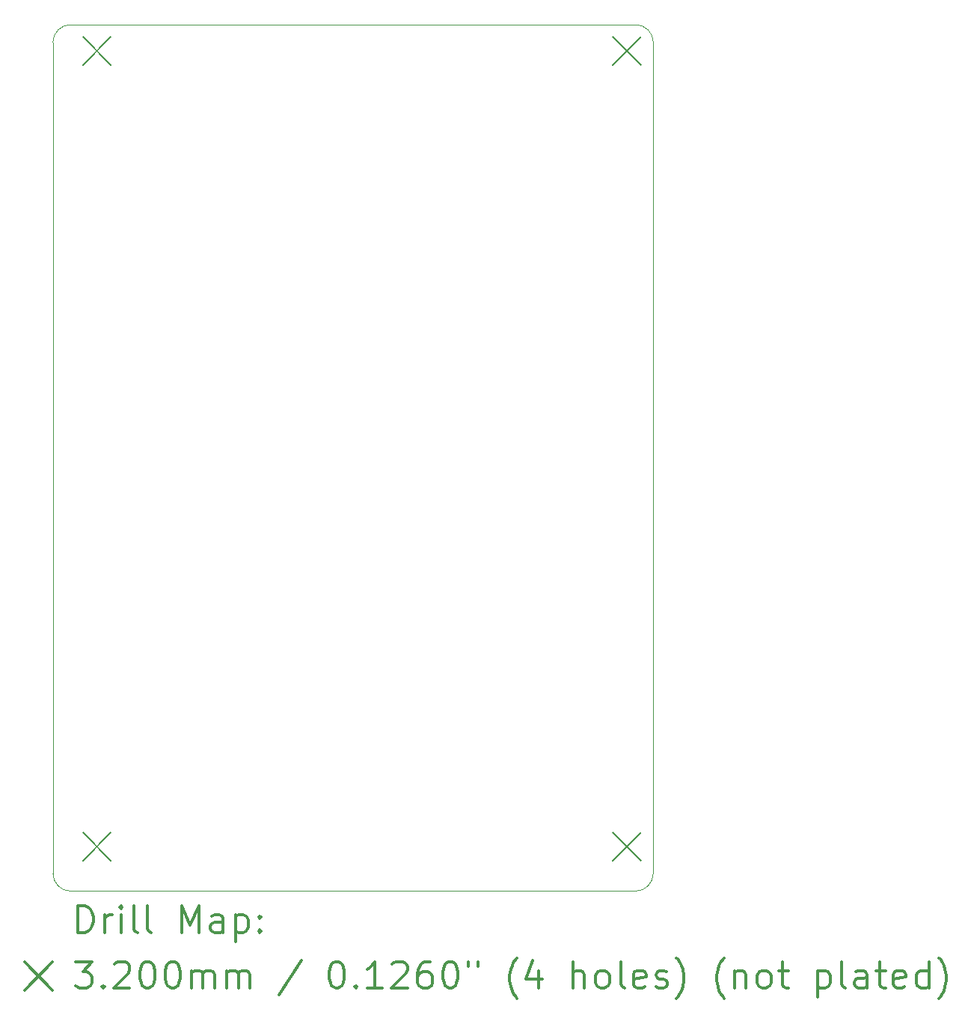
<source format=gbr>
%FSLAX45Y45*%
G04 Gerber Fmt 4.5, Leading zero omitted, Abs format (unit mm)*
G04 Created by KiCad (PCBNEW (5.1.10)-1) date 2021-09-30 10:01:24*
%MOMM*%
%LPD*%
G01*
G04 APERTURE LIST*
%TA.AperFunction,Profile*%
%ADD10C,0.050000*%
%TD*%
%ADD11C,0.200000*%
%ADD12C,0.300000*%
G04 APERTURE END LIST*
D10*
X26660500Y-2623800D02*
X20266000Y-2623800D01*
X20066000Y-12223800D02*
X20066000Y-2823800D01*
X20066000Y-2823800D02*
G75*
G02*
X20266000Y-2623800I200000J0D01*
G01*
X26860500Y-12223800D02*
X26860500Y-2823800D01*
X26660500Y-2623800D02*
G75*
G02*
X26860500Y-2823800I0J-200000D01*
G01*
X26660500Y-12423800D02*
X20266000Y-12423800D01*
X26860500Y-12223800D02*
G75*
G02*
X26660500Y-12423800I-200000J0D01*
G01*
X20266000Y-12423800D02*
G75*
G02*
X20066000Y-12223800I0J200000D01*
G01*
D11*
X20403500Y-2763803D02*
X20723500Y-3083803D01*
X20723500Y-2763803D02*
X20403500Y-3083803D01*
X20403500Y-11763800D02*
X20723500Y-12083800D01*
X20723500Y-11763800D02*
X20403500Y-12083800D01*
X26403498Y-2763803D02*
X26723498Y-3083803D01*
X26723498Y-2763803D02*
X26403498Y-3083803D01*
X26403498Y-11763800D02*
X26723498Y-12083800D01*
X26723498Y-11763800D02*
X26403498Y-12083800D01*
D12*
X20349928Y-12892014D02*
X20349928Y-12592014D01*
X20421357Y-12592014D01*
X20464214Y-12606300D01*
X20492786Y-12634871D01*
X20507071Y-12663443D01*
X20521357Y-12720586D01*
X20521357Y-12763443D01*
X20507071Y-12820586D01*
X20492786Y-12849157D01*
X20464214Y-12877729D01*
X20421357Y-12892014D01*
X20349928Y-12892014D01*
X20649928Y-12892014D02*
X20649928Y-12692014D01*
X20649928Y-12749157D02*
X20664214Y-12720586D01*
X20678500Y-12706300D01*
X20707071Y-12692014D01*
X20735643Y-12692014D01*
X20835643Y-12892014D02*
X20835643Y-12692014D01*
X20835643Y-12592014D02*
X20821357Y-12606300D01*
X20835643Y-12620586D01*
X20849928Y-12606300D01*
X20835643Y-12592014D01*
X20835643Y-12620586D01*
X21021357Y-12892014D02*
X20992786Y-12877729D01*
X20978500Y-12849157D01*
X20978500Y-12592014D01*
X21178500Y-12892014D02*
X21149928Y-12877729D01*
X21135643Y-12849157D01*
X21135643Y-12592014D01*
X21521357Y-12892014D02*
X21521357Y-12592014D01*
X21621357Y-12806300D01*
X21721357Y-12592014D01*
X21721357Y-12892014D01*
X21992786Y-12892014D02*
X21992786Y-12734871D01*
X21978500Y-12706300D01*
X21949928Y-12692014D01*
X21892786Y-12692014D01*
X21864214Y-12706300D01*
X21992786Y-12877729D02*
X21964214Y-12892014D01*
X21892786Y-12892014D01*
X21864214Y-12877729D01*
X21849928Y-12849157D01*
X21849928Y-12820586D01*
X21864214Y-12792014D01*
X21892786Y-12777729D01*
X21964214Y-12777729D01*
X21992786Y-12763443D01*
X22135643Y-12692014D02*
X22135643Y-12992014D01*
X22135643Y-12706300D02*
X22164214Y-12692014D01*
X22221357Y-12692014D01*
X22249928Y-12706300D01*
X22264214Y-12720586D01*
X22278500Y-12749157D01*
X22278500Y-12834871D01*
X22264214Y-12863443D01*
X22249928Y-12877729D01*
X22221357Y-12892014D01*
X22164214Y-12892014D01*
X22135643Y-12877729D01*
X22407071Y-12863443D02*
X22421357Y-12877729D01*
X22407071Y-12892014D01*
X22392786Y-12877729D01*
X22407071Y-12863443D01*
X22407071Y-12892014D01*
X22407071Y-12706300D02*
X22421357Y-12720586D01*
X22407071Y-12734871D01*
X22392786Y-12720586D01*
X22407071Y-12706300D01*
X22407071Y-12734871D01*
X19743500Y-13226300D02*
X20063500Y-13546300D01*
X20063500Y-13226300D02*
X19743500Y-13546300D01*
X20321357Y-13222014D02*
X20507071Y-13222014D01*
X20407071Y-13336300D01*
X20449928Y-13336300D01*
X20478500Y-13350586D01*
X20492786Y-13364871D01*
X20507071Y-13393443D01*
X20507071Y-13464871D01*
X20492786Y-13493443D01*
X20478500Y-13507729D01*
X20449928Y-13522014D01*
X20364214Y-13522014D01*
X20335643Y-13507729D01*
X20321357Y-13493443D01*
X20635643Y-13493443D02*
X20649928Y-13507729D01*
X20635643Y-13522014D01*
X20621357Y-13507729D01*
X20635643Y-13493443D01*
X20635643Y-13522014D01*
X20764214Y-13250586D02*
X20778500Y-13236300D01*
X20807071Y-13222014D01*
X20878500Y-13222014D01*
X20907071Y-13236300D01*
X20921357Y-13250586D01*
X20935643Y-13279157D01*
X20935643Y-13307729D01*
X20921357Y-13350586D01*
X20749928Y-13522014D01*
X20935643Y-13522014D01*
X21121357Y-13222014D02*
X21149928Y-13222014D01*
X21178500Y-13236300D01*
X21192786Y-13250586D01*
X21207071Y-13279157D01*
X21221357Y-13336300D01*
X21221357Y-13407729D01*
X21207071Y-13464871D01*
X21192786Y-13493443D01*
X21178500Y-13507729D01*
X21149928Y-13522014D01*
X21121357Y-13522014D01*
X21092786Y-13507729D01*
X21078500Y-13493443D01*
X21064214Y-13464871D01*
X21049928Y-13407729D01*
X21049928Y-13336300D01*
X21064214Y-13279157D01*
X21078500Y-13250586D01*
X21092786Y-13236300D01*
X21121357Y-13222014D01*
X21407071Y-13222014D02*
X21435643Y-13222014D01*
X21464214Y-13236300D01*
X21478500Y-13250586D01*
X21492786Y-13279157D01*
X21507071Y-13336300D01*
X21507071Y-13407729D01*
X21492786Y-13464871D01*
X21478500Y-13493443D01*
X21464214Y-13507729D01*
X21435643Y-13522014D01*
X21407071Y-13522014D01*
X21378500Y-13507729D01*
X21364214Y-13493443D01*
X21349928Y-13464871D01*
X21335643Y-13407729D01*
X21335643Y-13336300D01*
X21349928Y-13279157D01*
X21364214Y-13250586D01*
X21378500Y-13236300D01*
X21407071Y-13222014D01*
X21635643Y-13522014D02*
X21635643Y-13322014D01*
X21635643Y-13350586D02*
X21649928Y-13336300D01*
X21678500Y-13322014D01*
X21721357Y-13322014D01*
X21749928Y-13336300D01*
X21764214Y-13364871D01*
X21764214Y-13522014D01*
X21764214Y-13364871D02*
X21778500Y-13336300D01*
X21807071Y-13322014D01*
X21849928Y-13322014D01*
X21878500Y-13336300D01*
X21892786Y-13364871D01*
X21892786Y-13522014D01*
X22035643Y-13522014D02*
X22035643Y-13322014D01*
X22035643Y-13350586D02*
X22049928Y-13336300D01*
X22078500Y-13322014D01*
X22121357Y-13322014D01*
X22149928Y-13336300D01*
X22164214Y-13364871D01*
X22164214Y-13522014D01*
X22164214Y-13364871D02*
X22178500Y-13336300D01*
X22207071Y-13322014D01*
X22249928Y-13322014D01*
X22278500Y-13336300D01*
X22292786Y-13364871D01*
X22292786Y-13522014D01*
X22878500Y-13207729D02*
X22621357Y-13593443D01*
X23264214Y-13222014D02*
X23292786Y-13222014D01*
X23321357Y-13236300D01*
X23335643Y-13250586D01*
X23349928Y-13279157D01*
X23364214Y-13336300D01*
X23364214Y-13407729D01*
X23349928Y-13464871D01*
X23335643Y-13493443D01*
X23321357Y-13507729D01*
X23292786Y-13522014D01*
X23264214Y-13522014D01*
X23235643Y-13507729D01*
X23221357Y-13493443D01*
X23207071Y-13464871D01*
X23192786Y-13407729D01*
X23192786Y-13336300D01*
X23207071Y-13279157D01*
X23221357Y-13250586D01*
X23235643Y-13236300D01*
X23264214Y-13222014D01*
X23492786Y-13493443D02*
X23507071Y-13507729D01*
X23492786Y-13522014D01*
X23478500Y-13507729D01*
X23492786Y-13493443D01*
X23492786Y-13522014D01*
X23792786Y-13522014D02*
X23621357Y-13522014D01*
X23707071Y-13522014D02*
X23707071Y-13222014D01*
X23678500Y-13264871D01*
X23649928Y-13293443D01*
X23621357Y-13307729D01*
X23907071Y-13250586D02*
X23921357Y-13236300D01*
X23949928Y-13222014D01*
X24021357Y-13222014D01*
X24049928Y-13236300D01*
X24064214Y-13250586D01*
X24078500Y-13279157D01*
X24078500Y-13307729D01*
X24064214Y-13350586D01*
X23892786Y-13522014D01*
X24078500Y-13522014D01*
X24335643Y-13222014D02*
X24278500Y-13222014D01*
X24249928Y-13236300D01*
X24235643Y-13250586D01*
X24207071Y-13293443D01*
X24192786Y-13350586D01*
X24192786Y-13464871D01*
X24207071Y-13493443D01*
X24221357Y-13507729D01*
X24249928Y-13522014D01*
X24307071Y-13522014D01*
X24335643Y-13507729D01*
X24349928Y-13493443D01*
X24364214Y-13464871D01*
X24364214Y-13393443D01*
X24349928Y-13364871D01*
X24335643Y-13350586D01*
X24307071Y-13336300D01*
X24249928Y-13336300D01*
X24221357Y-13350586D01*
X24207071Y-13364871D01*
X24192786Y-13393443D01*
X24549928Y-13222014D02*
X24578500Y-13222014D01*
X24607071Y-13236300D01*
X24621357Y-13250586D01*
X24635643Y-13279157D01*
X24649928Y-13336300D01*
X24649928Y-13407729D01*
X24635643Y-13464871D01*
X24621357Y-13493443D01*
X24607071Y-13507729D01*
X24578500Y-13522014D01*
X24549928Y-13522014D01*
X24521357Y-13507729D01*
X24507071Y-13493443D01*
X24492786Y-13464871D01*
X24478500Y-13407729D01*
X24478500Y-13336300D01*
X24492786Y-13279157D01*
X24507071Y-13250586D01*
X24521357Y-13236300D01*
X24549928Y-13222014D01*
X24764214Y-13222014D02*
X24764214Y-13279157D01*
X24878500Y-13222014D02*
X24878500Y-13279157D01*
X25321357Y-13636300D02*
X25307071Y-13622014D01*
X25278500Y-13579157D01*
X25264214Y-13550586D01*
X25249928Y-13507729D01*
X25235643Y-13436300D01*
X25235643Y-13379157D01*
X25249928Y-13307729D01*
X25264214Y-13264871D01*
X25278500Y-13236300D01*
X25307071Y-13193443D01*
X25321357Y-13179157D01*
X25564214Y-13322014D02*
X25564214Y-13522014D01*
X25492786Y-13207729D02*
X25421357Y-13422014D01*
X25607071Y-13422014D01*
X25949928Y-13522014D02*
X25949928Y-13222014D01*
X26078500Y-13522014D02*
X26078500Y-13364871D01*
X26064214Y-13336300D01*
X26035643Y-13322014D01*
X25992786Y-13322014D01*
X25964214Y-13336300D01*
X25949928Y-13350586D01*
X26264214Y-13522014D02*
X26235643Y-13507729D01*
X26221357Y-13493443D01*
X26207071Y-13464871D01*
X26207071Y-13379157D01*
X26221357Y-13350586D01*
X26235643Y-13336300D01*
X26264214Y-13322014D01*
X26307071Y-13322014D01*
X26335643Y-13336300D01*
X26349928Y-13350586D01*
X26364214Y-13379157D01*
X26364214Y-13464871D01*
X26349928Y-13493443D01*
X26335643Y-13507729D01*
X26307071Y-13522014D01*
X26264214Y-13522014D01*
X26535643Y-13522014D02*
X26507071Y-13507729D01*
X26492786Y-13479157D01*
X26492786Y-13222014D01*
X26764214Y-13507729D02*
X26735643Y-13522014D01*
X26678500Y-13522014D01*
X26649928Y-13507729D01*
X26635643Y-13479157D01*
X26635643Y-13364871D01*
X26649928Y-13336300D01*
X26678500Y-13322014D01*
X26735643Y-13322014D01*
X26764214Y-13336300D01*
X26778500Y-13364871D01*
X26778500Y-13393443D01*
X26635643Y-13422014D01*
X26892786Y-13507729D02*
X26921357Y-13522014D01*
X26978500Y-13522014D01*
X27007071Y-13507729D01*
X27021357Y-13479157D01*
X27021357Y-13464871D01*
X27007071Y-13436300D01*
X26978500Y-13422014D01*
X26935643Y-13422014D01*
X26907071Y-13407729D01*
X26892786Y-13379157D01*
X26892786Y-13364871D01*
X26907071Y-13336300D01*
X26935643Y-13322014D01*
X26978500Y-13322014D01*
X27007071Y-13336300D01*
X27121357Y-13636300D02*
X27135643Y-13622014D01*
X27164214Y-13579157D01*
X27178500Y-13550586D01*
X27192786Y-13507729D01*
X27207071Y-13436300D01*
X27207071Y-13379157D01*
X27192786Y-13307729D01*
X27178500Y-13264871D01*
X27164214Y-13236300D01*
X27135643Y-13193443D01*
X27121357Y-13179157D01*
X27664214Y-13636300D02*
X27649928Y-13622014D01*
X27621357Y-13579157D01*
X27607071Y-13550586D01*
X27592786Y-13507729D01*
X27578500Y-13436300D01*
X27578500Y-13379157D01*
X27592786Y-13307729D01*
X27607071Y-13264871D01*
X27621357Y-13236300D01*
X27649928Y-13193443D01*
X27664214Y-13179157D01*
X27778500Y-13322014D02*
X27778500Y-13522014D01*
X27778500Y-13350586D02*
X27792786Y-13336300D01*
X27821357Y-13322014D01*
X27864214Y-13322014D01*
X27892786Y-13336300D01*
X27907071Y-13364871D01*
X27907071Y-13522014D01*
X28092786Y-13522014D02*
X28064214Y-13507729D01*
X28049928Y-13493443D01*
X28035643Y-13464871D01*
X28035643Y-13379157D01*
X28049928Y-13350586D01*
X28064214Y-13336300D01*
X28092786Y-13322014D01*
X28135643Y-13322014D01*
X28164214Y-13336300D01*
X28178500Y-13350586D01*
X28192786Y-13379157D01*
X28192786Y-13464871D01*
X28178500Y-13493443D01*
X28164214Y-13507729D01*
X28135643Y-13522014D01*
X28092786Y-13522014D01*
X28278500Y-13322014D02*
X28392786Y-13322014D01*
X28321357Y-13222014D02*
X28321357Y-13479157D01*
X28335643Y-13507729D01*
X28364214Y-13522014D01*
X28392786Y-13522014D01*
X28721357Y-13322014D02*
X28721357Y-13622014D01*
X28721357Y-13336300D02*
X28749928Y-13322014D01*
X28807071Y-13322014D01*
X28835643Y-13336300D01*
X28849928Y-13350586D01*
X28864214Y-13379157D01*
X28864214Y-13464871D01*
X28849928Y-13493443D01*
X28835643Y-13507729D01*
X28807071Y-13522014D01*
X28749928Y-13522014D01*
X28721357Y-13507729D01*
X29035643Y-13522014D02*
X29007071Y-13507729D01*
X28992786Y-13479157D01*
X28992786Y-13222014D01*
X29278500Y-13522014D02*
X29278500Y-13364871D01*
X29264214Y-13336300D01*
X29235643Y-13322014D01*
X29178500Y-13322014D01*
X29149928Y-13336300D01*
X29278500Y-13507729D02*
X29249928Y-13522014D01*
X29178500Y-13522014D01*
X29149928Y-13507729D01*
X29135643Y-13479157D01*
X29135643Y-13450586D01*
X29149928Y-13422014D01*
X29178500Y-13407729D01*
X29249928Y-13407729D01*
X29278500Y-13393443D01*
X29378500Y-13322014D02*
X29492786Y-13322014D01*
X29421357Y-13222014D02*
X29421357Y-13479157D01*
X29435643Y-13507729D01*
X29464214Y-13522014D01*
X29492786Y-13522014D01*
X29707071Y-13507729D02*
X29678500Y-13522014D01*
X29621357Y-13522014D01*
X29592786Y-13507729D01*
X29578500Y-13479157D01*
X29578500Y-13364871D01*
X29592786Y-13336300D01*
X29621357Y-13322014D01*
X29678500Y-13322014D01*
X29707071Y-13336300D01*
X29721357Y-13364871D01*
X29721357Y-13393443D01*
X29578500Y-13422014D01*
X29978500Y-13522014D02*
X29978500Y-13222014D01*
X29978500Y-13507729D02*
X29949928Y-13522014D01*
X29892786Y-13522014D01*
X29864214Y-13507729D01*
X29849928Y-13493443D01*
X29835643Y-13464871D01*
X29835643Y-13379157D01*
X29849928Y-13350586D01*
X29864214Y-13336300D01*
X29892786Y-13322014D01*
X29949928Y-13322014D01*
X29978500Y-13336300D01*
X30092786Y-13636300D02*
X30107071Y-13622014D01*
X30135643Y-13579157D01*
X30149928Y-13550586D01*
X30164214Y-13507729D01*
X30178500Y-13436300D01*
X30178500Y-13379157D01*
X30164214Y-13307729D01*
X30149928Y-13264871D01*
X30135643Y-13236300D01*
X30107071Y-13193443D01*
X30092786Y-13179157D01*
M02*

</source>
